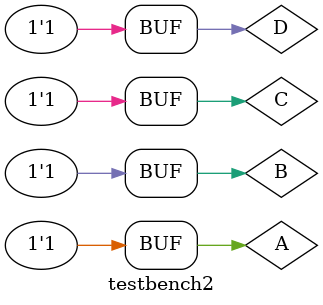
<source format=v>


module question_dar(
    input A, B, C, D,
    output OUT
    );
    wire w1, w2, w3, w4, w5, w6;
    
    or gate1(w1, A, B); // A | B

    not gate2(w2, B); // ~B
    
    or gate3(w3, w2, C); // ~B | C
    
    or gate4(w4, w3, D); // ~B | C | D

    not gate5(w5, A); // ~A

    or gate6(w6, w5, D); // ~A | D 
    
    and gate7(OUT, w1, w4, w6);
    
endmodule

module question_genis(
    input A, B, C, D,
    output OUT
    );

    wire w11, w12, w13, w14;

    not gate11(w11, A); // ~A
    or gate12(w12, w11, B); // ~A | B
    or gate13(w13, w12, C); // ~A | B | C
    or gate14(w14, w13, D); // ~A | B | C | D

    wire w21, w22, w23, w24, w25;

    not gate21(w21, A); // ~A
    or gate22(w22, w21, B); // ~A | B
    not gate23(w23, C); // ~C
    or gate24(w24, w22, w23); // ~A | B | ~C
    or gate25(w25, w24, D); // ~A | B | ~C | D

    wire w31, w32, w33, w34;

    not gate31(w31, A); // ~A
    or gate32(w32, w31, ~B); // ~A | ~B
    or gate33(w33, w32, C); // ~A | ~B | C
    or gate34(w34, w33, D); // ~A | ~B | C | D


    wire w41, w42, w43, w44;

    not gate41(w41, A); // ~A
    or gate42(w42, w41, B); // ~A | B
    or gate43(w43, w42, ~C); // ~A | B | ~C
    or gate44(w44, w43, D); // ~A | B | ~C | D

    and gateFinal(OUT, w44, w34, w25, w14);



// (~A | B | C | D) & (~A | B | ~C | D) & (~A | ~B | C | D) & (~A | B | ~C | D)

endmodule


module testbench1;
reg A, B, C, D;
wire OUT;
question_dar dut ( //veya genisletilmemis olacak
 .A(A),
 .B(B),
 .C(C),
 .D(D),
 .OUT(OUT)
);
initial begin
 A = 0; B = 0; C = 0; D = 0; #10; 
 A = 0; B = 0; C = 0; D = 1; #10; 
 A = 0; B = 0; C = 1; D = 0; #10; 
 A = 0; B = 0; C = 1; D = 1; #10; 
 A = 0; B = 1; C = 0; D = 0; #10; 
 A = 0; B = 1; C = 0; D = 1; #10; 
 A = 0; B = 1; C = 1; D = 0; #10; 
 A = 0; B = 1; C = 1; D = 1; #10; 
 A = 1; B = 0; C = 0; D = 0; #10; 
 A = 1; B = 0; C = 0; D = 1; #10; 
 A = 1; B = 0; C = 1; D = 0; #10; 
 A = 1; B = 0; C = 1; D = 1; #10; 
 A = 1; B = 1; C = 0; D = 0; #10; 
 A = 1; B = 1; C = 0; D = 1; #10; 
 A = 1; B = 1; C = 1; D = 0; #10; 
 A = 1; B = 1; C = 1; D = 1; #10; 
end
endmodule

module testbench2;
reg A, B, C, D;
wire OUT;
question_genis dut2 ( //veya genisletilmemis olacak
 .A(A),
 .B(B),
 .C(C),
 .D(D),
 .OUT(OUT)
);
initial begin
 A = 0; B = 0; C = 0; D = 0; #10; 
 A = 0; B = 0; C = 0; D = 1; #10; 
 A = 0; B = 0; C = 1; D = 0; #10; 
 A = 0; B = 0; C = 1; D = 1; #10; 
 A = 0; B = 1; C = 0; D = 0; #10; 
 A = 0; B = 1; C = 0; D = 1; #10; 
 A = 0; B = 1; C = 1; D = 0; #10; 
 A = 0; B = 1; C = 1; D = 1; #10; 
 A = 1; B = 0; C = 0; D = 0; #10; 
 A = 1; B = 0; C = 0; D = 1; #10; 
 A = 1; B = 0; C = 1; D = 0; #10; 
 A = 1; B = 0; C = 1; D = 1; #10; 
 A = 1; B = 1; C = 0; D = 0; #10; 
 A = 1; B = 1; C = 0; D = 1; #10; 
 A = 1; B = 1; C = 1; D = 0; #10; 
 A = 1; B = 1; C = 1; D = 1; #10; 
end
endmodule

</source>
